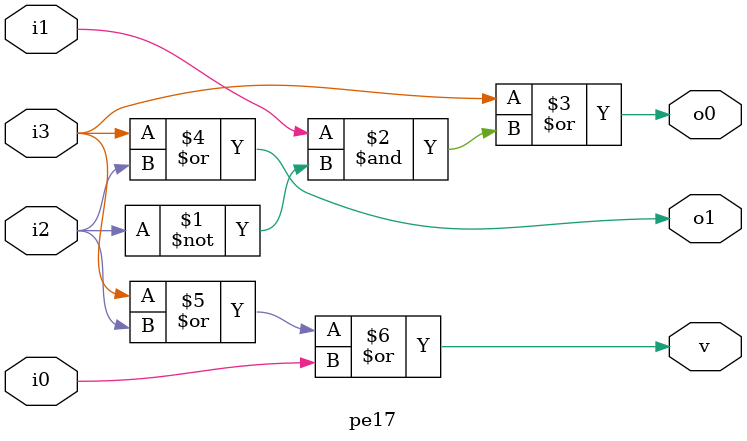
<source format=v>
module pe17 (i3,i2,i1,i0,o0,o1,v);

    input i3,i2,i1,i0;
    output o0,o1,v;

    assign o0 = (i3) | (i1&~i2);
    assign o1 = i3 | i2;
    assign v = (i3 | i2) | i0;

endmodule
</source>
